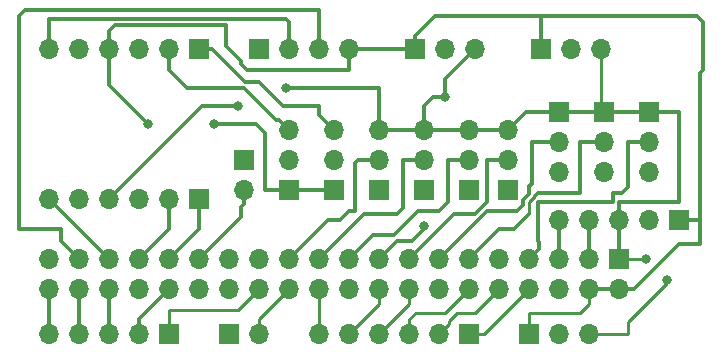
<source format=gtl>
G04 #@! TF.GenerationSoftware,KiCad,Pcbnew,8.0.8*
G04 #@! TF.CreationDate,2025-04-06T11:28:41+01:00*
G04 #@! TF.ProjectId,flexbot_PCB07,666c6578-626f-4745-9f50-434230372e6b,rev?*
G04 #@! TF.SameCoordinates,Original*
G04 #@! TF.FileFunction,Copper,L1,Top*
G04 #@! TF.FilePolarity,Positive*
%FSLAX46Y46*%
G04 Gerber Fmt 4.6, Leading zero omitted, Abs format (unit mm)*
G04 Created by KiCad (PCBNEW 8.0.8) date 2025-04-06 11:28:41*
%MOMM*%
%LPD*%
G01*
G04 APERTURE LIST*
G04 #@! TA.AperFunction,ComponentPad*
%ADD10O,1.700000X1.700000*%
G04 #@! TD*
G04 #@! TA.AperFunction,ComponentPad*
%ADD11R,1.700000X1.700000*%
G04 #@! TD*
G04 #@! TA.AperFunction,ViaPad*
%ADD12C,0.800000*%
G04 #@! TD*
G04 #@! TA.AperFunction,Conductor*
%ADD13C,0.300000*%
G04 #@! TD*
G04 #@! TA.AperFunction,Conductor*
%ADD14C,0.250000*%
G04 #@! TD*
G04 #@! TA.AperFunction,Conductor*
%ADD15C,0.350000*%
G04 #@! TD*
G04 APERTURE END LIST*
D10*
X106426000Y-43180000D03*
X103886000Y-43180000D03*
D11*
X101346000Y-43180000D03*
D10*
X107442000Y-19050000D03*
X104902000Y-19050000D03*
D11*
X102362000Y-19050000D03*
X107696000Y-24384000D03*
D10*
X107696000Y-26924000D03*
X107696000Y-29464000D03*
D11*
X77216000Y-28448000D03*
D10*
X77216000Y-30988000D03*
X78486000Y-43180000D03*
D11*
X75946000Y-43180000D03*
X108966000Y-36830000D03*
D10*
X108966000Y-39370000D03*
X106426000Y-36830000D03*
X106426000Y-39370000D03*
X103886000Y-36830000D03*
X103886000Y-39370000D03*
X101346000Y-36830000D03*
X101346000Y-39370000D03*
X98806000Y-36830000D03*
X98806000Y-39370000D03*
X96266000Y-36830000D03*
X96266000Y-39370000D03*
X93726000Y-36830000D03*
X93726000Y-39370000D03*
X91186000Y-36830000D03*
X91186000Y-39370000D03*
X88646000Y-36830000D03*
X88646000Y-39370000D03*
X86106000Y-36830000D03*
X86106000Y-39370000D03*
X83566000Y-36830000D03*
X83566000Y-39370000D03*
X81026000Y-36830000D03*
X81026000Y-39370000D03*
X78486000Y-36830000D03*
X78486000Y-39370000D03*
X75946000Y-36830000D03*
X75946000Y-39370000D03*
X73406000Y-36830000D03*
X73406000Y-39370000D03*
X70866000Y-36830000D03*
X70866000Y-39370000D03*
X68326000Y-36830000D03*
X68326000Y-39370000D03*
X65786000Y-36830000D03*
X65786000Y-39370000D03*
X63246000Y-36830000D03*
X63246000Y-39370000D03*
X60706000Y-36830000D03*
X60706000Y-39370000D03*
D11*
X91694000Y-19050000D03*
D10*
X94234000Y-19050000D03*
X96774000Y-19050000D03*
X83566000Y-43180000D03*
X86106000Y-43180000D03*
X88646000Y-43180000D03*
X91186000Y-43180000D03*
X93726000Y-43180000D03*
D11*
X96266000Y-43180000D03*
D10*
X103886000Y-33528000D03*
X106426000Y-33528000D03*
X108966000Y-33528000D03*
X111506000Y-33528000D03*
D11*
X114046000Y-33528000D03*
D10*
X111506000Y-29464000D03*
X111506000Y-26924000D03*
D11*
X111506000Y-24384000D03*
D10*
X103886000Y-29464000D03*
X103886000Y-26924000D03*
D11*
X103886000Y-24384000D03*
X73406000Y-19050000D03*
D10*
X70866000Y-19050000D03*
X68326000Y-19050000D03*
X65786000Y-19050000D03*
X63246000Y-19050000D03*
X60706000Y-19050000D03*
D11*
X73406000Y-31750000D03*
D10*
X70866000Y-31750000D03*
X68326000Y-31750000D03*
X65786000Y-31750000D03*
X63246000Y-31750000D03*
X60706000Y-31750000D03*
D11*
X70866000Y-43180000D03*
D10*
X68326000Y-43180000D03*
X65786000Y-43180000D03*
X63246000Y-43180000D03*
X60706000Y-43180000D03*
X84836000Y-25908000D03*
X84836000Y-28448000D03*
D11*
X84836000Y-30988000D03*
X81026000Y-30988000D03*
D10*
X81026000Y-28448000D03*
X81026000Y-25908000D03*
D11*
X99568000Y-30988000D03*
D10*
X99568000Y-28448000D03*
X99568000Y-25908000D03*
X96266000Y-25908000D03*
X96266000Y-28448000D03*
D11*
X96266000Y-30988000D03*
X92456000Y-30988000D03*
D10*
X92456000Y-28448000D03*
X92456000Y-25908000D03*
X88646000Y-25908000D03*
X88646000Y-28448000D03*
D11*
X88646000Y-30988000D03*
X78486000Y-19050000D03*
D10*
X81026000Y-19050000D03*
X83566000Y-19050000D03*
X86106000Y-19050000D03*
D12*
X80772000Y-22352000D03*
X76708000Y-23876000D03*
X92456000Y-34036000D03*
X94234000Y-23114000D03*
X113030000Y-38608000D03*
X111252000Y-36830000D03*
X74676000Y-25400000D03*
X69088000Y-25400000D03*
D13*
X77216000Y-32190081D02*
X76962000Y-32444081D01*
X77216000Y-30988000D02*
X77216000Y-32190081D01*
X76962000Y-33274000D02*
X73406000Y-36830000D01*
X76962000Y-32444081D02*
X76962000Y-33274000D01*
D14*
X78486000Y-43180000D02*
X78486000Y-41910000D01*
X78486000Y-41910000D02*
X81026000Y-39370000D01*
D13*
X108966000Y-36830000D02*
X108966000Y-33528000D01*
X108966000Y-33528000D02*
X108966000Y-32004000D01*
X108966000Y-32004000D02*
X111760000Y-32004000D01*
X100584000Y-24892000D02*
X99568000Y-25908000D01*
X98365919Y-25908000D02*
X96266000Y-25908000D01*
X99568000Y-25908000D02*
X98365919Y-25908000D01*
X95063919Y-25908000D02*
X92456000Y-25908000D01*
X96266000Y-25908000D02*
X95063919Y-25908000D01*
X91253919Y-25908000D02*
X88646000Y-25908000D01*
X92456000Y-25908000D02*
X91253919Y-25908000D01*
X88646000Y-25908000D02*
X88646000Y-24705919D01*
X88646000Y-24705919D02*
X88646000Y-22352000D01*
X88646000Y-22352000D02*
X80772000Y-22352000D01*
X65786000Y-31750000D02*
X73660000Y-23876000D01*
X73660000Y-23876000D02*
X76708000Y-23876000D01*
X88646000Y-36830000D02*
X89495999Y-35980001D01*
X89495999Y-35980001D02*
X90170000Y-35306000D01*
X90170000Y-35306000D02*
X91186000Y-35306000D01*
X91186000Y-35306000D02*
X91440000Y-35306000D01*
X91440000Y-35306000D02*
X92456000Y-34290000D01*
X92456000Y-34290000D02*
X92456000Y-34036000D01*
X94234000Y-23114000D02*
X93218000Y-23114000D01*
X92456000Y-23876000D02*
X92456000Y-25908000D01*
X93218000Y-23114000D02*
X92456000Y-23876000D01*
D14*
X106426000Y-43180000D02*
X109728000Y-43180000D01*
X109728000Y-43180000D02*
X109728000Y-42164000D01*
X109728000Y-42164000D02*
X113030000Y-38862000D01*
X113030000Y-38862000D02*
X113030000Y-38608000D01*
X111252000Y-36830000D02*
X108966000Y-36830000D01*
D15*
X111760000Y-32004000D02*
X114046000Y-32004000D01*
X114046000Y-32004000D02*
X114046000Y-24384000D01*
X114046000Y-24384000D02*
X111506000Y-24384000D01*
X110306000Y-24384000D02*
X107696000Y-24384000D01*
X111506000Y-24384000D02*
X110306000Y-24384000D01*
X107696000Y-24384000D02*
X103886000Y-24384000D01*
X101092000Y-24384000D02*
X100584000Y-24892000D01*
X103886000Y-24384000D02*
X101092000Y-24384000D01*
X94234000Y-21590000D02*
X94234000Y-23114000D01*
X96774000Y-19050000D02*
X94234000Y-21590000D01*
D14*
X107442000Y-24130000D02*
X107696000Y-24384000D01*
X107442000Y-19050000D02*
X107442000Y-24130000D01*
D15*
X107628081Y-39370000D02*
X108966000Y-39370000D01*
X106426000Y-39370000D02*
X107628081Y-39370000D01*
X115146000Y-33528000D02*
X115824000Y-33528000D01*
X114046000Y-33528000D02*
X115146000Y-33528000D01*
X83736000Y-30988000D02*
X81026000Y-30988000D01*
X84836000Y-30988000D02*
X83736000Y-30988000D01*
X115824000Y-33782000D02*
X115824000Y-33528000D01*
X115824000Y-35306000D02*
X115824000Y-33782000D01*
X115824000Y-35560000D02*
X115824000Y-35306000D01*
X114046000Y-35560000D02*
X115824000Y-35560000D01*
X108966000Y-39370000D02*
X110236000Y-39370000D01*
X110236000Y-39370000D02*
X114046000Y-35560000D01*
X77470000Y-20828000D02*
X86106000Y-20828000D01*
X76962000Y-20320000D02*
X77470000Y-20828000D01*
D13*
X65786000Y-17526000D02*
X66294000Y-17018000D01*
D15*
X65786000Y-19050000D02*
X65786000Y-17526000D01*
X86106000Y-20828000D02*
X86106000Y-19050000D01*
D13*
X66294000Y-17018000D02*
X75692000Y-17018000D01*
X75692000Y-17018000D02*
X75692000Y-18796000D01*
D15*
X75692000Y-18796000D02*
X76962000Y-20066000D01*
X76962000Y-20066000D02*
X76962000Y-20320000D01*
X81026000Y-30988000D02*
X79926000Y-30988000D01*
X79926000Y-30988000D02*
X78994000Y-30988000D01*
X78994000Y-30988000D02*
X78994000Y-26162000D01*
X78994000Y-26162000D02*
X78232000Y-25400000D01*
X78232000Y-25400000D02*
X74676000Y-25400000D01*
X65786000Y-22098000D02*
X65786000Y-19050000D01*
X69088000Y-25400000D02*
X65786000Y-22098000D01*
X115824000Y-31242000D02*
X115824000Y-30988000D01*
X115824000Y-33782000D02*
X115824000Y-31242000D01*
X109982000Y-16256000D02*
X102362000Y-16256000D01*
X102362000Y-16256000D02*
X102362000Y-19050000D01*
X93388000Y-16256000D02*
X102362000Y-16256000D01*
X91694000Y-17950000D02*
X93388000Y-16256000D01*
X91694000Y-19050000D02*
X91694000Y-17950000D01*
D14*
X106426000Y-40640000D02*
X106426000Y-39370000D01*
X105664000Y-41402000D02*
X106426000Y-40640000D01*
X101346000Y-43180000D02*
X101346000Y-41402000D01*
X101346000Y-41402000D02*
X105664000Y-41402000D01*
D15*
X115570000Y-16256000D02*
X109982000Y-16256000D01*
X116078000Y-16764000D02*
X115570000Y-16256000D01*
X116078000Y-20828000D02*
X116078000Y-16764000D01*
X115824000Y-31242000D02*
X115824000Y-21082000D01*
X115824000Y-21082000D02*
X116078000Y-20828000D01*
X86106000Y-19050000D02*
X91694000Y-19050000D01*
D13*
X106426000Y-33528000D02*
X106426000Y-36830000D01*
X103886000Y-33528000D02*
X103886000Y-36830000D01*
X102195999Y-35980001D02*
X102195999Y-35393999D01*
X101346000Y-36830000D02*
X102195999Y-35980001D01*
X102195999Y-35393999D02*
X102108000Y-35306000D01*
X102108000Y-35306000D02*
X102108000Y-32004000D01*
D15*
X107696000Y-32004000D02*
X108440990Y-32004000D01*
D13*
X107696000Y-32004000D02*
X108458000Y-32004000D01*
X102108000Y-32004000D02*
X107696000Y-32004000D01*
D15*
X108440990Y-32004000D02*
X108440990Y-31259010D01*
X108440990Y-31259010D02*
X108458000Y-31242000D01*
X108458000Y-31242000D02*
X109220000Y-31242000D01*
X109220000Y-31242000D02*
X109728000Y-30734000D01*
X109728000Y-30734000D02*
X109728000Y-26924000D01*
X109728000Y-26924000D02*
X111506000Y-26924000D01*
D14*
X97536000Y-43180000D02*
X101346000Y-39370000D01*
X96266000Y-43180000D02*
X97536000Y-43180000D01*
X94575999Y-42330001D02*
X94575999Y-42076001D01*
X93726000Y-43180000D02*
X94575999Y-42330001D01*
X94575999Y-42076001D02*
X95250000Y-41402000D01*
X96774000Y-41402000D02*
X98806000Y-39370000D01*
X95250000Y-41402000D02*
X96774000Y-41402000D01*
D13*
X98806000Y-34290000D02*
X96266000Y-36830000D01*
X100076000Y-34290000D02*
X98806000Y-34290000D01*
D14*
X101854000Y-31496000D02*
X101346000Y-32004000D01*
X101346000Y-32004000D02*
X101346000Y-33020000D01*
D13*
X101346000Y-33020000D02*
X100076000Y-34290000D01*
D15*
X101873524Y-31496000D02*
X102127524Y-31242000D01*
X101854000Y-31496000D02*
X101873524Y-31496000D01*
X102127524Y-31242000D02*
X105664000Y-31242000D01*
X105664000Y-31242000D02*
X105664000Y-26924000D01*
X105664000Y-26924000D02*
X107696000Y-26924000D01*
D14*
X91186000Y-41977919D02*
X91761919Y-41402000D01*
X91186000Y-43180000D02*
X91186000Y-41977919D01*
X91761919Y-41402000D02*
X94234000Y-41402000D01*
X94234000Y-41402000D02*
X96266000Y-39370000D01*
D13*
X101353990Y-30726010D02*
X101600000Y-30480000D01*
X101353990Y-31324246D02*
X101353990Y-30726010D01*
X100838000Y-31840235D02*
X101353990Y-31324246D01*
X93726000Y-36830000D02*
X97790000Y-32766000D01*
X97790000Y-32766000D02*
X100330000Y-32766000D01*
X100330000Y-32766000D02*
X100838000Y-32258000D01*
X100838000Y-32258000D02*
X100838000Y-31840235D01*
D15*
X101600000Y-30480000D02*
X101600000Y-26924000D01*
X101600000Y-26924000D02*
X103886000Y-26924000D01*
D13*
X94996000Y-33020000D02*
X91186000Y-36830000D01*
X96774000Y-33020000D02*
X94996000Y-33020000D01*
X97790000Y-32004000D02*
X96774000Y-33020000D01*
X99568000Y-28448000D02*
X97790000Y-28448000D01*
X97790000Y-28448000D02*
X97790000Y-32004000D01*
D14*
X91186000Y-40640000D02*
X91186000Y-39370000D01*
X88646000Y-43180000D02*
X91186000Y-40640000D01*
X88646000Y-40640000D02*
X88646000Y-39370000D01*
X86106000Y-43180000D02*
X88646000Y-40640000D01*
D13*
X96266000Y-28448000D02*
X94488000Y-28448000D01*
X94488000Y-28448000D02*
X94488000Y-32004000D01*
X94488000Y-32004000D02*
X93726000Y-32766000D01*
X93726000Y-32766000D02*
X91948000Y-32766000D01*
X91948000Y-32766000D02*
X89916000Y-34798000D01*
X89916000Y-34798000D02*
X88138000Y-34798000D01*
X88138000Y-34798000D02*
X86106000Y-36830000D01*
X87376000Y-33020000D02*
X83566000Y-36830000D01*
X90170000Y-33020000D02*
X87376000Y-33020000D01*
X90678000Y-32512000D02*
X90170000Y-33020000D01*
X92456000Y-28448000D02*
X90678000Y-28448000D01*
X90678000Y-28448000D02*
X90678000Y-32512000D01*
D14*
X83566000Y-43180000D02*
X83566000Y-39370000D01*
D13*
X86868000Y-28448000D02*
X88646000Y-28448000D01*
X84328000Y-33528000D02*
X85344000Y-33528000D01*
X81026000Y-36830000D02*
X84328000Y-33528000D01*
X85344000Y-33528000D02*
X86106000Y-32766000D01*
X86106000Y-32766000D02*
X86614000Y-32766000D01*
X86614000Y-32766000D02*
X86614000Y-28702000D01*
X86614000Y-28702000D02*
X86868000Y-28448000D01*
D14*
X76708000Y-41148000D02*
X78486000Y-39370000D01*
X70866000Y-43180000D02*
X70866000Y-41148000D01*
X70866000Y-41148000D02*
X76708000Y-41148000D01*
D13*
X73406000Y-34290000D02*
X70866000Y-36830000D01*
X73406000Y-31750000D02*
X73406000Y-34290000D01*
X68326000Y-41910000D02*
X68326000Y-43180000D01*
X70866000Y-39370000D02*
X68326000Y-41910000D01*
X64936001Y-35980001D02*
X60706000Y-31750000D01*
X65786000Y-36830000D02*
X64936001Y-35980001D01*
X65786000Y-41977919D02*
X65786000Y-39370000D01*
X65786000Y-43180000D02*
X65786000Y-41977919D01*
X61722000Y-35306000D02*
X63246000Y-36830000D01*
X83566000Y-15748000D02*
X58674000Y-15748000D01*
X83566000Y-19050000D02*
X83566000Y-15748000D01*
X58674000Y-15748000D02*
X58166000Y-16256000D01*
X58166000Y-16256000D02*
X58166000Y-34290000D01*
X58166000Y-34290000D02*
X61722000Y-34290000D01*
X61722000Y-34290000D02*
X61722000Y-35306000D01*
X63246000Y-40572081D02*
X63246000Y-43180000D01*
X63246000Y-39370000D02*
X63246000Y-40572081D01*
X60706000Y-41977919D02*
X60706000Y-39370000D01*
X60706000Y-43180000D02*
X60706000Y-41977919D01*
X74506000Y-19050000D02*
X73406000Y-19050000D01*
X76538000Y-21082000D02*
X74506000Y-19050000D01*
X76582410Y-21082000D02*
X77344410Y-21844000D01*
X76538000Y-21082000D02*
X76582410Y-21082000D01*
X77344410Y-21844000D02*
X78486000Y-21844000D01*
X78486000Y-21844000D02*
X80518000Y-23876000D01*
X80518000Y-23876000D02*
X83566000Y-23876000D01*
X83566000Y-24638000D02*
X84836000Y-25908000D01*
X83566000Y-23876000D02*
X83566000Y-24638000D01*
X80176001Y-25058001D02*
X79922001Y-25058001D01*
X81026000Y-25908000D02*
X80176001Y-25058001D01*
X79922001Y-25058001D02*
X77216000Y-22352000D01*
X77216000Y-22352000D02*
X72390000Y-22352000D01*
X70866000Y-20828000D02*
X70866000Y-19050000D01*
X72390000Y-22352000D02*
X70866000Y-20828000D01*
X81026000Y-16764000D02*
X81026000Y-19050000D01*
X80772000Y-16510000D02*
X81026000Y-16764000D01*
X60706000Y-19050000D02*
X60706000Y-16510000D01*
X60706000Y-16510000D02*
X80772000Y-16510000D01*
X70866000Y-31750000D02*
X70866000Y-34290000D01*
X70866000Y-34290000D02*
X68326000Y-36830000D01*
M02*

</source>
